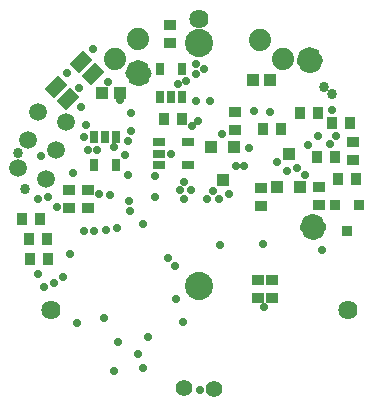
<source format=gbs>
%FSLAX24Y24*%
%MOIN*%
G70*
G01*
G75*
G04 Layer_Color=16711935*
%ADD10C,0.0070*%
%ADD11C,0.0197*%
%ADD12R,0.0091X0.0236*%
%ADD13R,0.0236X0.0091*%
%ADD14R,0.1220X0.1220*%
%ADD15R,0.0350X0.0300*%
%ADD16R,0.0300X0.0350*%
%ADD17R,0.0140X0.0800*%
%ADD18R,0.0098X0.0315*%
%ADD19R,0.0787X0.0630*%
%ADD20R,0.0157X0.0197*%
%ADD21R,0.0197X0.0157*%
%ADD22R,0.0394X0.0492*%
%ADD23R,0.0320X0.0320*%
%ADD24C,0.0080*%
%ADD25C,0.0090*%
%ADD26C,0.0100*%
%ADD27C,0.0120*%
%ADD28C,0.0200*%
%ADD29C,0.0150*%
%ADD30C,0.0060*%
%ADD31C,0.0600*%
%ADD32C,0.0700*%
%ADD33C,0.0512*%
%ADD34C,0.0900*%
%ADD35C,0.0551*%
%ADD36C,0.0250*%
%ADD37C,0.0300*%
%ADD38R,0.0394X0.0394*%
%ADD39R,0.0250X0.0400*%
%ADD40R,0.0394X0.0394*%
%ADD41R,0.0400X0.0250*%
G04:AMPARAMS|DCode=42|XSize=43mil|YSize=59mil|CornerRadius=0mil|HoleSize=0mil|Usage=FLASHONLY|Rotation=135.000|XOffset=0mil|YOffset=0mil|HoleType=Round|Shape=Rectangle|*
%AMROTATEDRECTD42*
4,1,4,0.0361,0.0057,-0.0057,-0.0361,-0.0361,-0.0057,0.0057,0.0361,0.0361,0.0057,0.0*
%
%ADD42ROTATEDRECTD42*%

%ADD43C,0.0250*%
%ADD44R,0.0343X0.0494*%
%ADD45R,0.0280X0.0540*%
%ADD46R,0.0720X0.0910*%
%ADD47R,0.0390X0.0580*%
%ADD48R,0.0900X0.0270*%
%ADD49R,0.0852X0.0273*%
%ADD50R,0.0533X0.0468*%
%ADD51R,0.0430X0.0340*%
%ADD52R,0.0200X0.0199*%
%ADD53R,0.2460X0.0890*%
%ADD54R,0.0710X0.0580*%
%ADD55R,0.0990X0.0600*%
%ADD56R,0.0680X0.0570*%
%ADD57R,0.0630X0.0540*%
%ADD58R,0.0700X0.0210*%
%ADD59R,0.0350X0.0165*%
%ADD60R,0.0069X0.0095*%
%ADD61R,0.0570X0.0270*%
%ADD62R,0.0583X0.0462*%
%ADD63R,0.0570X0.0870*%
%ADD64C,0.0449*%
%ADD65R,0.0131X0.0276*%
%ADD66R,0.0276X0.0131*%
%ADD67R,0.1260X0.1260*%
%ADD68R,0.0390X0.0340*%
%ADD69R,0.0340X0.0390*%
%ADD70R,0.0180X0.0840*%
%ADD71R,0.0138X0.0355*%
%ADD72R,0.0827X0.0670*%
%ADD73R,0.0197X0.0237*%
%ADD74R,0.0237X0.0197*%
%ADD75R,0.0434X0.0532*%
%ADD76R,0.0360X0.0360*%
%ADD77C,0.0640*%
%ADD78C,0.0040*%
%ADD79C,0.0740*%
%ADD80C,0.0552*%
%ADD81C,0.0940*%
%ADD82C,0.0591*%
%ADD83C,0.0290*%
%ADD84C,0.0340*%
%ADD85R,0.0434X0.0434*%
%ADD86R,0.0290X0.0440*%
%ADD87R,0.0434X0.0434*%
%ADD88R,0.0440X0.0290*%
G04:AMPARAMS|DCode=89|XSize=47mil|YSize=63mil|CornerRadius=0mil|HoleSize=0mil|Usage=FLASHONLY|Rotation=135.000|XOffset=0mil|YOffset=0mil|HoleType=Round|Shape=Rectangle|*
%AMROTATEDRECTD89*
4,1,4,0.0389,0.0057,-0.0057,-0.0389,-0.0389,-0.0057,0.0057,0.0389,0.0389,0.0057,0.0*
%
%ADD89ROTATEDRECTD89*%

G54D64*
X104964Y82910D02*
G03*
X104964Y82910I-224J0D01*
G01*
X99254Y82480D02*
G03*
X99254Y82480I-224J0D01*
G01*
X105074Y77350D02*
G03*
X105074Y77350I-224J0D01*
G01*
G54D68*
X96700Y77980D02*
D03*
Y78580D02*
D03*
X100070Y83490D02*
D03*
Y84090D02*
D03*
X105060Y78680D02*
D03*
Y78080D02*
D03*
X106170Y80200D02*
D03*
Y79600D02*
D03*
X103490Y75590D02*
D03*
Y74990D02*
D03*
X103010Y75600D02*
D03*
Y75000D02*
D03*
X103100Y78650D02*
D03*
Y78050D02*
D03*
X97340Y78590D02*
D03*
Y77990D02*
D03*
X102240Y80570D02*
D03*
Y81170D02*
D03*
G54D69*
X95760Y77630D02*
D03*
X95160D02*
D03*
X105670Y78950D02*
D03*
X106270D02*
D03*
X105590Y79680D02*
D03*
X104990D02*
D03*
X106090Y80820D02*
D03*
X105490D02*
D03*
X100480Y80960D02*
D03*
X99880D02*
D03*
X95420Y76280D02*
D03*
X96020D02*
D03*
X95390Y76950D02*
D03*
X95990D02*
D03*
X103180Y80630D02*
D03*
X103780D02*
D03*
X104430Y81150D02*
D03*
X105030D02*
D03*
G54D76*
X105580Y78100D02*
D03*
X105980Y77230D02*
D03*
X106380Y78100D02*
D03*
G54D77*
X106000Y74580D02*
D03*
X96120D02*
D03*
X101060Y84290D02*
D03*
G54D78*
X105940Y82580D02*
D03*
X94890Y80500D02*
D03*
X103000Y71810D02*
D03*
X95030Y80830D02*
D03*
X95170Y81130D02*
D03*
X103300Y71910D02*
D03*
X103600Y72030D02*
D03*
X103920Y72170D02*
D03*
X106150Y82350D02*
D03*
X106520Y81860D02*
D03*
X106340Y82100D02*
D03*
G54D79*
X103092Y83588D02*
D03*
X103858Y82946D02*
D03*
X98251Y82959D02*
D03*
X99018Y83602D02*
D03*
G54D80*
X100550Y71969D02*
D03*
X101550Y71951D02*
D03*
G54D81*
X101060Y83470D02*
D03*
Y75400D02*
D03*
G54D82*
X96632Y80848D02*
D03*
X96290Y79908D02*
D03*
X95948Y78968D02*
D03*
X95008Y79310D02*
D03*
X95350Y80250D02*
D03*
X95692Y81190D02*
D03*
G54D83*
X96330Y78019D02*
D03*
X96000Y78340D02*
D03*
X95680Y78300D02*
D03*
X100250Y76060D02*
D03*
X100000Y76310D02*
D03*
X97280Y80750D02*
D03*
X97100Y81350D02*
D03*
X103420Y81170D02*
D03*
X100620Y82220D02*
D03*
X104690Y80100D02*
D03*
X98340Y73530D02*
D03*
X100830Y80710D02*
D03*
X100950Y82450D02*
D03*
X101230Y82630D02*
D03*
X100950Y82800D02*
D03*
X105010Y80373D02*
D03*
X100530Y74170D02*
D03*
X99340Y73690D02*
D03*
X101740Y76750D02*
D03*
X103190Y76790D02*
D03*
X104300Y79320D02*
D03*
X104580Y79090D02*
D03*
X102720Y79980D02*
D03*
X102550Y79400D02*
D03*
X105150Y76570D02*
D03*
X103980Y79230D02*
D03*
X103640Y79520D02*
D03*
X102280Y79400D02*
D03*
X105490Y81240D02*
D03*
X105417Y80130D02*
D03*
X105630Y80370D02*
D03*
X102870Y81230D02*
D03*
X103220Y74690D02*
D03*
X100410Y78580D02*
D03*
X101810Y80440D02*
D03*
X102060Y78450D02*
D03*
X101700Y78290D02*
D03*
X101500Y78550D02*
D03*
X101330Y78300D02*
D03*
X100540Y78850D02*
D03*
X100790Y78570D02*
D03*
X100560Y78280D02*
D03*
X98769Y81145D02*
D03*
X98400Y81600D02*
D03*
X100350Y82120D02*
D03*
X98000Y82180D02*
D03*
X97860Y81890D02*
D03*
X98581Y79760D02*
D03*
X100100Y79800D02*
D03*
X98690Y80230D02*
D03*
X98210Y80010D02*
D03*
X98070Y78430D02*
D03*
X98680Y79090D02*
D03*
X99570Y79065D02*
D03*
X99580Y78350D02*
D03*
X98700Y78220D02*
D03*
X98760Y77900D02*
D03*
X99185Y77440D02*
D03*
X98350Y81900D02*
D03*
X98790Y80550D02*
D03*
X97340Y79930D02*
D03*
X97210Y80350D02*
D03*
X95770Y79720D02*
D03*
X98300Y77330D02*
D03*
X101020Y80900D02*
D03*
X97660Y79930D02*
D03*
X97730Y78440D02*
D03*
X96840Y79160D02*
D03*
X97520Y83300D02*
D03*
X101070Y71910D02*
D03*
X96650Y82480D02*
D03*
X100270Y74950D02*
D03*
X97060Y81970D02*
D03*
X95670Y75800D02*
D03*
X96500Y75690D02*
D03*
X96230Y75500D02*
D03*
X96760Y76450D02*
D03*
X96980Y74160D02*
D03*
X97890Y74320D02*
D03*
X97960Y77250D02*
D03*
X97560Y77210D02*
D03*
X97200Y77230D02*
D03*
X95890Y75360D02*
D03*
X98210Y72550D02*
D03*
X99180Y72640D02*
D03*
X100950Y81560D02*
D03*
X101410Y81550D02*
D03*
X99000Y73110D02*
D03*
G54D84*
X95260Y78610D02*
D03*
X95022Y79825D02*
D03*
X105480Y81770D02*
D03*
X105220Y82010D02*
D03*
G54D85*
X104040Y79791D02*
D03*
X104414Y78689D02*
D03*
X103666D02*
D03*
X101840Y78929D02*
D03*
X101466Y80031D02*
D03*
X102214D02*
D03*
G54D86*
X97910Y80360D02*
D03*
X98284D02*
D03*
X97536Y79415D02*
D03*
X98284D02*
D03*
X97536Y80360D02*
D03*
X100120Y81680D02*
D03*
X99746D02*
D03*
X100494Y82625D02*
D03*
X99746D02*
D03*
X100494Y81680D02*
D03*
G54D87*
X97828Y81810D02*
D03*
X98400D02*
D03*
X103422Y82240D02*
D03*
X102850D02*
D03*
G54D88*
X99730Y79800D02*
D03*
Y80174D02*
D03*
X100675Y79426D02*
D03*
Y80174D02*
D03*
X99730Y79426D02*
D03*
G54D89*
X97532Y82447D02*
D03*
X96697Y81613D02*
D03*
X96280Y82030D02*
D03*
X97114Y82864D02*
D03*
M02*

</source>
